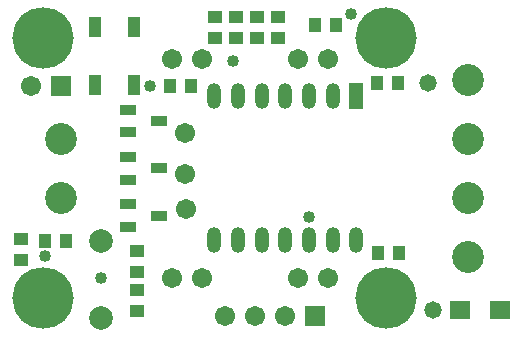
<source format=gts>
%FSTAX24Y24*%
%MOIN*%
G70*
G01*
G75*
G04 Layer_Color=8388736*
%ADD10R,0.0394X0.0787*%
%ADD11O,0.0394X0.0787*%
%ADD12R,0.0591X0.0551*%
%ADD13R,0.0315X0.0374*%
%ADD14R,0.0374X0.0315*%
%ADD15R,0.0472X0.0256*%
%ADD16R,0.0354X0.0591*%
%ADD17C,0.0100*%
%ADD18C,0.0300*%
%ADD19C,0.0600*%
%ADD20C,0.0900*%
%ADD21C,0.0200*%
%ADD22C,0.0400*%
%ADD23R,0.1250X0.1100*%
%ADD24C,0.0984*%
%ADD25C,0.0591*%
%ADD26C,0.0709*%
%ADD27R,0.0591X0.0591*%
%ADD28C,0.1969*%
%ADD29C,0.0320*%
%ADD30C,0.0500*%
%ADD31C,0.0800*%
%ADD32C,0.0079*%
%ADD33C,0.0020*%
%ADD34C,0.0080*%
%ADD35C,0.0070*%
%ADD36R,0.0474X0.0867*%
%ADD37O,0.0474X0.0867*%
%ADD38R,0.0671X0.0631*%
%ADD39R,0.0395X0.0454*%
%ADD40R,0.0454X0.0395*%
%ADD41R,0.0552X0.0336*%
%ADD42R,0.0434X0.0671*%
%ADD43C,0.1064*%
%ADD44C,0.0671*%
%ADD45C,0.0789*%
%ADD46R,0.0671X0.0671*%
%ADD47C,0.2049*%
%ADD48C,0.0400*%
%ADD49C,0.0580*%
D36*
X032464Y031363D02*
D03*
D37*
X031677D02*
D03*
X030889D02*
D03*
X030102D02*
D03*
X029315D02*
D03*
X028527D02*
D03*
X02774D02*
D03*
Y02656D02*
D03*
X028527D02*
D03*
X029315D02*
D03*
X030102D02*
D03*
X030889D02*
D03*
X031677D02*
D03*
X032464D02*
D03*
D38*
X037267Y024237D02*
D03*
X035929D02*
D03*
D39*
X031804Y03375D02*
D03*
X031096D02*
D03*
X033196Y02615D02*
D03*
X033904D02*
D03*
X022804Y02655D02*
D03*
X022096D02*
D03*
X026246Y0317D02*
D03*
X026954D02*
D03*
X033146Y0318D02*
D03*
X033854D02*
D03*
D40*
X0213Y026604D02*
D03*
Y025896D02*
D03*
X02985Y034004D02*
D03*
Y033296D02*
D03*
X02915Y034004D02*
D03*
Y033296D02*
D03*
X02845Y034004D02*
D03*
Y033296D02*
D03*
X02775Y034004D02*
D03*
Y033296D02*
D03*
X02515Y026204D02*
D03*
Y025496D02*
D03*
Y024904D02*
D03*
Y024196D02*
D03*
D41*
X0259Y027387D02*
D03*
X024855Y027761D02*
D03*
Y027013D02*
D03*
X0259Y028962D02*
D03*
X024855Y029336D02*
D03*
Y028588D02*
D03*
Y030163D02*
D03*
Y030911D02*
D03*
X0259Y030537D02*
D03*
D42*
X025043Y031737D02*
D03*
X023744D02*
D03*
Y033667D02*
D03*
X025043D02*
D03*
D43*
X036204Y031915D02*
D03*
Y029946D02*
D03*
Y027978D02*
D03*
Y026009D02*
D03*
X022622Y029946D02*
D03*
Y027978D02*
D03*
D44*
X026321Y025312D02*
D03*
X031521D02*
D03*
X027321D02*
D03*
X030521D02*
D03*
X031521Y032612D02*
D03*
X026321D02*
D03*
X027321D02*
D03*
X030521D02*
D03*
X021622Y031718D02*
D03*
X030086Y024041D02*
D03*
X029086D02*
D03*
X028086D02*
D03*
X0268Y0276D02*
D03*
X026756Y028765D02*
D03*
Y030143D02*
D03*
D45*
X02395Y02397D02*
D03*
Y02653D02*
D03*
D46*
X022622Y031718D02*
D03*
X031086Y024041D02*
D03*
D47*
X022031Y024631D02*
D03*
Y033293D02*
D03*
X033448Y024631D02*
D03*
Y033293D02*
D03*
D48*
X0323Y0341D02*
D03*
X022096Y026046D02*
D03*
X0309Y02735D02*
D03*
X02835Y03255D02*
D03*
X02395Y0253D02*
D03*
X0256Y0317D02*
D03*
D49*
X035023Y024237D02*
D03*
X03485Y0318D02*
D03*
M02*

</source>
